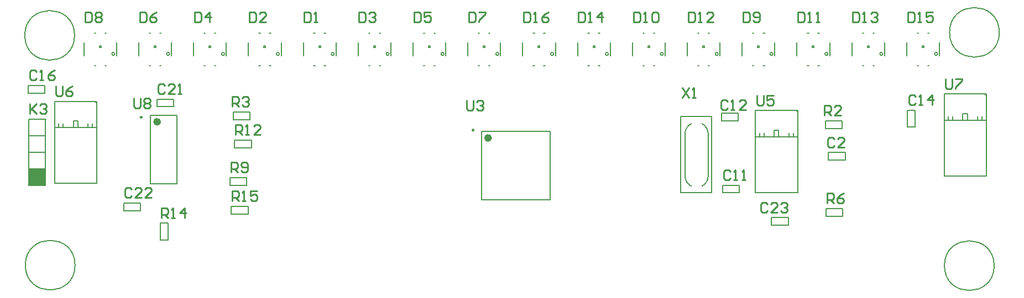
<source format=gto>
%FSAX24Y24*%
%MOIN*%
G70*
G01*
G75*
%ADD10R,0.0300X0.0300*%
%ADD11R,0.0300X0.0300*%
G04:AMPARAMS|DCode=12|XSize=79mil|YSize=44mil|CornerRadius=22mil|HoleSize=0mil|Usage=FLASHONLY|Rotation=90.000|XOffset=0mil|YOffset=0mil|HoleType=Round|Shape=RoundedRectangle|*
%AMROUNDEDRECTD12*
21,1,0.0790,0.0000,0,0,90.0*
21,1,0.0350,0.0440,0,0,90.0*
1,1,0.0440,0.0000,0.0175*
1,1,0.0440,0.0000,-0.0175*
1,1,0.0440,0.0000,-0.0175*
1,1,0.0440,0.0000,0.0175*
%
%ADD12ROUNDEDRECTD12*%
%ADD13R,0.0472X0.2400*%
%ADD14O,0.0709X0.0094*%
%ADD15O,0.0094X0.0709*%
%ADD16O,0.0472X0.1181*%
%ADD17R,0.2323X0.2559*%
%ADD18O,0.0827X0.0138*%
%ADD19C,0.0060*%
%ADD20C,0.0100*%
%ADD21C,0.0094*%
%ADD22C,0.0295*%
%ADD23C,0.0197*%
%ADD24C,0.0700*%
%ADD25R,0.0700X0.0700*%
%ADD26R,0.0700X0.0700*%
%ADD27C,0.0400*%
%ADD28O,0.0600X0.1000*%
%ADD29C,0.0600*%
%ADD30C,0.2500*%
%ADD31C,0.0276*%
%ADD32O,0.0866X0.0236*%
%ADD33R,0.0600X0.1000*%
%ADD34R,0.1618X0.1717*%
%ADD35R,0.0500X0.0120*%
%ADD36C,0.0080*%
%ADD37C,0.0050*%
%ADD38C,0.0098*%
%ADD39C,0.0236*%
%ADD40C,0.0079*%
%ADD41R,0.1000X0.0996*%
D20*
X008475Y058095D02*
X008475Y058695D01*
X008775Y058695D01*
X008875Y058595D01*
X008875Y058395D01*
X008775Y058295D01*
X008475Y058295D01*
X008675Y058295D02*
X008875Y058095D01*
X009075Y058095D02*
X009275Y058095D01*
X009175Y058095D01*
X009175Y058695D01*
X009075Y058595D01*
X009875Y058095D02*
X009875Y058695D01*
X009575Y058395D01*
X009975Y058395D01*
X012750Y059110D02*
X012750Y059710D01*
X013050Y059710D01*
X013150Y059610D01*
X013150Y059410D01*
X013050Y059310D01*
X012750Y059310D01*
X012950Y059310D02*
X013150Y059110D01*
X013350Y059110D02*
X013550Y059110D01*
X013450Y059110D01*
X013450Y059710D01*
X013350Y059610D01*
X014250Y059710D02*
X013850Y059710D01*
X013850Y059410D01*
X014050Y059510D01*
X014150Y059510D01*
X014250Y059410D01*
X014250Y059210D01*
X014150Y059110D01*
X013950Y059110D01*
X013850Y059210D01*
X012950Y063100D02*
X012950Y063700D01*
X013250Y063700D01*
X013350Y063600D01*
X013350Y063400D01*
X013250Y063300D01*
X012950Y063300D01*
X013150Y063300D02*
X013350Y063100D01*
X013550Y063100D02*
X013750Y063100D01*
X013650Y063100D01*
X013650Y063700D01*
X013550Y063600D01*
X014450Y063100D02*
X014050Y063100D01*
X014450Y063500D01*
X014450Y063600D01*
X014350Y063700D01*
X014150Y063700D01*
X014050Y063600D01*
X006660Y059800D02*
X006560Y059900D01*
X006360Y059900D01*
X006260Y059800D01*
X006260Y059400D01*
X006360Y059300D01*
X006560Y059300D01*
X006660Y059400D01*
X007260Y059300D02*
X006860Y059300D01*
X007260Y059700D01*
X007260Y059800D01*
X007160Y059900D01*
X006960Y059900D01*
X006860Y059800D01*
X007859Y059300D02*
X007460Y059300D01*
X007859Y059700D01*
X007859Y059800D01*
X007760Y059900D01*
X007560Y059900D01*
X007460Y059800D01*
X008680Y066080D02*
X008580Y066180D01*
X008380Y066180D01*
X008280Y066080D01*
X008280Y065680D01*
X008380Y065580D01*
X008580Y065580D01*
X008680Y065680D01*
X009280Y065580D02*
X008880Y065580D01*
X009280Y065980D01*
X009280Y066080D01*
X009180Y066180D01*
X008980Y066180D01*
X008880Y066080D01*
X009480Y065580D02*
X009680Y065580D01*
X009580Y065580D01*
X009580Y066180D01*
X009480Y066080D01*
X012740Y064810D02*
X012740Y065410D01*
X013040Y065410D01*
X013140Y065310D01*
X013140Y065110D01*
X013040Y065010D01*
X012740Y065010D01*
X012940Y065010D02*
X013140Y064810D01*
X013340Y065310D02*
X013440Y065410D01*
X013640Y065410D01*
X013740Y065310D01*
X013740Y065210D01*
X013640Y065110D01*
X013540Y065110D01*
X013640Y065110D01*
X013740Y065010D01*
X013740Y064910D01*
X013640Y064810D01*
X013440Y064810D01*
X013340Y064910D01*
X044990Y058920D02*
X044890Y059020D01*
X044690Y059020D01*
X044590Y058920D01*
X044590Y058520D01*
X044690Y058420D01*
X044890Y058420D01*
X044990Y058520D01*
X045590Y058420D02*
X045190Y058420D01*
X045590Y058820D01*
X045590Y058920D01*
X045490Y059020D01*
X045290Y059020D01*
X045190Y058920D01*
X045790Y058920D02*
X045890Y059020D01*
X046090Y059020D01*
X046189Y058920D01*
X046189Y058820D01*
X046090Y058720D01*
X045990Y058720D01*
X046090Y058720D01*
X046189Y058620D01*
X046189Y058520D01*
X046090Y058420D01*
X045890Y058420D01*
X045790Y058520D01*
X049020Y062850D02*
X048920Y062950D01*
X048720Y062950D01*
X048620Y062850D01*
X048620Y062450D01*
X048720Y062350D01*
X048920Y062350D01*
X049020Y062450D01*
X049620Y062350D02*
X049220Y062350D01*
X049620Y062750D01*
X049620Y062850D01*
X049520Y062950D01*
X049320Y062950D01*
X049220Y062850D01*
X000920Y066910D02*
X000820Y067010D01*
X000620Y067010D01*
X000520Y066910D01*
X000520Y066510D01*
X000620Y066410D01*
X000820Y066410D01*
X000920Y066510D01*
X001120Y066410D02*
X001320Y066410D01*
X001220Y066410D01*
X001220Y067010D01*
X001120Y066910D01*
X002020Y067010D02*
X001820Y066910D01*
X001620Y066710D01*
X001620Y066510D01*
X001720Y066410D01*
X001920Y066410D01*
X002020Y066510D01*
X002020Y066610D01*
X001920Y066710D01*
X001620Y066710D01*
X053930Y065410D02*
X053830Y065510D01*
X053630Y065510D01*
X053530Y065410D01*
X053530Y065010D01*
X053630Y064910D01*
X053830Y064910D01*
X053930Y065010D01*
X054130Y064910D02*
X054330Y064910D01*
X054230Y064910D01*
X054230Y065510D01*
X054130Y065410D01*
X054930Y064910D02*
X054930Y065510D01*
X054630Y065210D01*
X055030Y065210D01*
X017078Y070507D02*
X017078Y069907D01*
X017378Y069907D01*
X017478Y070007D01*
X017478Y070407D01*
X017378Y070507D01*
X017078Y070507D01*
X017678Y069907D02*
X017878Y069907D01*
X017778Y069907D01*
X017778Y070507D01*
X017678Y070407D01*
X013772Y070514D02*
X013772Y069914D01*
X014072Y069914D01*
X014172Y070014D01*
X014172Y070414D01*
X014072Y070514D01*
X013772Y070514D01*
X014772Y069914D02*
X014372Y069914D01*
X014772Y070314D01*
X014772Y070414D01*
X014672Y070514D01*
X014472Y070514D01*
X014372Y070414D01*
X020381Y070510D02*
X020381Y069910D01*
X020681Y069910D01*
X020781Y070010D01*
X020781Y070410D01*
X020681Y070510D01*
X020381Y070510D01*
X020981Y070410D02*
X021081Y070510D01*
X021281Y070510D01*
X021381Y070410D01*
X021381Y070310D01*
X021281Y070210D01*
X021181Y070210D01*
X021281Y070210D01*
X021381Y070110D01*
X021381Y070010D01*
X021281Y069910D01*
X021081Y069910D01*
X020981Y070010D01*
X010464Y070511D02*
X010464Y069911D01*
X010764Y069911D01*
X010864Y070011D01*
X010864Y070411D01*
X010764Y070511D01*
X010464Y070511D01*
X011364Y069911D02*
X011364Y070511D01*
X011064Y070211D01*
X011464Y070211D01*
X023696Y070507D02*
X023696Y069907D01*
X023996Y069907D01*
X024096Y070007D01*
X024096Y070407D01*
X023996Y070507D01*
X023696Y070507D01*
X024696Y070507D02*
X024296Y070507D01*
X024296Y070207D01*
X024496Y070307D01*
X024596Y070307D01*
X024696Y070207D01*
X024696Y070007D01*
X024596Y069907D01*
X024396Y069907D01*
X024296Y070007D01*
X007154Y070512D02*
X007154Y069912D01*
X007454Y069912D01*
X007554Y070012D01*
X007554Y070412D01*
X007454Y070512D01*
X007154Y070512D01*
X008154Y070512D02*
X007954Y070412D01*
X007754Y070212D01*
X007754Y070012D01*
X007854Y069912D01*
X008054Y069912D01*
X008154Y070012D01*
X008154Y070112D01*
X008054Y070212D01*
X007754Y070212D01*
X027004Y070514D02*
X027004Y069914D01*
X027304Y069914D01*
X027404Y070014D01*
X027404Y070414D01*
X027304Y070514D01*
X027004Y070514D01*
X027603Y070514D02*
X028003Y070514D01*
X028003Y070414D01*
X027603Y070014D01*
X027603Y069914D01*
X003852Y070511D02*
X003852Y069911D01*
X004152Y069911D01*
X004252Y070011D01*
X004252Y070411D01*
X004152Y070511D01*
X003852Y070511D01*
X004452Y070411D02*
X004552Y070511D01*
X004752Y070511D01*
X004852Y070411D01*
X004852Y070311D01*
X004752Y070211D01*
X004852Y070111D01*
X004852Y070011D01*
X004752Y069911D01*
X004552Y069911D01*
X004452Y070011D01*
X004452Y070111D01*
X004552Y070211D01*
X004452Y070311D01*
X004452Y070411D01*
X004552Y070211D02*
X004752Y070211D01*
X043536Y070516D02*
X043536Y069916D01*
X043836Y069916D01*
X043936Y070016D01*
X043936Y070416D01*
X043836Y070516D01*
X043536Y070516D01*
X044136Y070016D02*
X044236Y069916D01*
X044436Y069916D01*
X044536Y070016D01*
X044536Y070416D01*
X044436Y070516D01*
X044236Y070516D01*
X044136Y070416D01*
X044136Y070316D01*
X044236Y070216D01*
X044536Y070216D01*
X036924Y070516D02*
X036924Y069916D01*
X037224Y069916D01*
X037324Y070016D01*
X037324Y070416D01*
X037224Y070516D01*
X036924Y070516D01*
X037524Y069916D02*
X037724Y069916D01*
X037624Y069916D01*
X037624Y070516D01*
X037524Y070416D01*
X038024Y070416D02*
X038124Y070516D01*
X038324Y070516D01*
X038424Y070416D01*
X038424Y070016D01*
X038324Y069916D01*
X038124Y069916D01*
X038024Y070016D01*
X038024Y070416D01*
X046842Y070509D02*
X046842Y069909D01*
X047142Y069909D01*
X047242Y070009D01*
X047242Y070409D01*
X047142Y070509D01*
X046842Y070509D01*
X047442Y069909D02*
X047642Y069909D01*
X047542Y069909D01*
X047542Y070509D01*
X047442Y070409D01*
X047942Y069909D02*
X048142Y069909D01*
X048042Y069909D01*
X048042Y070509D01*
X047942Y070409D01*
X040230Y070514D02*
X040230Y069914D01*
X040530Y069914D01*
X040630Y070014D01*
X040630Y070414D01*
X040530Y070514D01*
X040230Y070514D01*
X040830Y069914D02*
X041030Y069914D01*
X040930Y069914D01*
X040930Y070514D01*
X040830Y070414D01*
X041730Y069914D02*
X041330Y069914D01*
X041730Y070314D01*
X041730Y070414D01*
X041630Y070514D01*
X041430Y070514D01*
X041330Y070414D01*
X050151Y070514D02*
X050151Y069914D01*
X050451Y069914D01*
X050551Y070014D01*
X050551Y070414D01*
X050451Y070514D01*
X050151Y070514D01*
X050751Y069914D02*
X050951Y069914D01*
X050851Y069914D01*
X050851Y070514D01*
X050751Y070414D01*
X051251Y070414D02*
X051351Y070514D01*
X051551Y070514D01*
X051651Y070414D01*
X051651Y070314D01*
X051551Y070214D01*
X051451Y070214D01*
X051551Y070214D01*
X051651Y070114D01*
X051651Y070014D01*
X051551Y069914D01*
X051351Y069914D01*
X051251Y070014D01*
X033613Y070516D02*
X033613Y069916D01*
X033913Y069916D01*
X034013Y070016D01*
X034013Y070416D01*
X033913Y070516D01*
X033613Y070516D01*
X034213Y069916D02*
X034413Y069916D01*
X034313Y069916D01*
X034313Y070516D01*
X034213Y070416D01*
X035012Y069916D02*
X035012Y070516D01*
X034713Y070216D01*
X035112Y070216D01*
X053454Y070514D02*
X053454Y069914D01*
X053754Y069914D01*
X053854Y070014D01*
X053854Y070414D01*
X053754Y070514D01*
X053454Y070514D01*
X054054Y069914D02*
X054254Y069914D01*
X054154Y069914D01*
X054154Y070514D01*
X054054Y070414D01*
X054953Y070514D02*
X054554Y070514D01*
X054554Y070214D01*
X054754Y070314D01*
X054853Y070314D01*
X054953Y070214D01*
X054953Y070014D01*
X054853Y069914D01*
X054654Y069914D01*
X054554Y070014D01*
X030305Y070516D02*
X030305Y069916D01*
X030605Y069916D01*
X030705Y070016D01*
X030705Y070416D01*
X030605Y070516D01*
X030305Y070516D01*
X030905Y069916D02*
X031105Y069916D01*
X031005Y069916D01*
X031005Y070516D01*
X030905Y070416D01*
X031805Y070516D02*
X031605Y070416D01*
X031405Y070216D01*
X031405Y070016D01*
X031505Y069916D01*
X031705Y069916D01*
X031805Y070016D01*
X031805Y070116D01*
X031705Y070216D01*
X031405Y070216D01*
X048430Y064270D02*
X048430Y064870D01*
X048730Y064870D01*
X048830Y064770D01*
X048830Y064570D01*
X048730Y064470D01*
X048430Y064470D01*
X048630Y064470D02*
X048830Y064270D01*
X049430Y064270D02*
X049030Y064270D01*
X049430Y064670D01*
X049430Y064770D01*
X049330Y064870D01*
X049130Y064870D01*
X049030Y064770D01*
X048590Y058970D02*
X048590Y059570D01*
X048890Y059570D01*
X048990Y059470D01*
X048990Y059270D01*
X048890Y059170D01*
X048590Y059170D01*
X048790Y059170D02*
X048990Y058970D01*
X049590Y059570D02*
X049390Y059470D01*
X049190Y059270D01*
X049190Y059070D01*
X049290Y058970D01*
X049490Y058970D01*
X049590Y059070D01*
X049590Y059170D01*
X049490Y059270D01*
X049190Y059270D01*
X012670Y060845D02*
X012670Y061445D01*
X012970Y061445D01*
X013070Y061345D01*
X013070Y061145D01*
X012970Y061045D01*
X012670Y061045D01*
X012870Y061045D02*
X013070Y060845D01*
X013270Y060945D02*
X013370Y060845D01*
X013570Y060845D01*
X013670Y060945D01*
X013670Y061345D01*
X013570Y061445D01*
X013370Y061445D01*
X013270Y061345D01*
X013270Y061245D01*
X013370Y061145D01*
X013670Y061145D01*
X026880Y065190D02*
X026880Y064690D01*
X026980Y064590D01*
X027180Y064590D01*
X027280Y064690D01*
X027280Y065190D01*
X027480Y065090D02*
X027580Y065190D01*
X027780Y065190D01*
X027880Y065090D01*
X027880Y064990D01*
X027780Y064890D01*
X027680Y064890D01*
X027780Y064890D01*
X027880Y064790D01*
X027880Y064690D01*
X027780Y064590D01*
X027580Y064590D01*
X027480Y064690D01*
X044358Y065494D02*
X044358Y064994D01*
X044458Y064894D01*
X044658Y064894D01*
X044758Y064994D01*
X044758Y065494D01*
X045358Y065494D02*
X044958Y065494D01*
X044958Y065194D01*
X045158Y065294D01*
X045258Y065294D01*
X045358Y065194D01*
X045358Y064994D01*
X045258Y064894D01*
X045058Y064894D01*
X044958Y064994D01*
X002101Y066049D02*
X002101Y065549D01*
X002201Y065449D01*
X002401Y065449D01*
X002501Y065549D01*
X002501Y066049D01*
X003101Y066049D02*
X002901Y065949D01*
X002701Y065749D01*
X002701Y065549D01*
X002801Y065449D01*
X003001Y065449D01*
X003101Y065549D01*
X003101Y065649D01*
X003001Y065749D01*
X002701Y065749D01*
X055726Y066487D02*
X055726Y065987D01*
X055826Y065887D01*
X056026Y065887D01*
X056126Y065987D01*
X056126Y066487D01*
X056326Y066487D02*
X056726Y066487D01*
X056726Y066387D01*
X056326Y065987D01*
X056326Y065887D01*
X006810Y065310D02*
X006810Y064810D01*
X006910Y064710D01*
X007110Y064710D01*
X007210Y064810D01*
X007210Y065310D01*
X007410Y065210D02*
X007510Y065310D01*
X007710Y065310D01*
X007810Y065210D01*
X007810Y065110D01*
X007710Y065010D01*
X007810Y064910D01*
X007810Y064810D01*
X007710Y064710D01*
X007510Y064710D01*
X007410Y064810D01*
X007410Y064910D01*
X007510Y065010D01*
X007410Y065110D01*
X007410Y065210D01*
X007510Y065010D02*
X007710Y065010D01*
X039855Y065960D02*
X040255Y065360D01*
X040255Y065960D02*
X039855Y065360D01*
X040455Y065360D02*
X040655Y065360D01*
X040555Y065360D01*
X040555Y065960D01*
X040455Y065860D01*
X042770Y060890D02*
X042670Y060990D01*
X042470Y060990D01*
X042370Y060890D01*
X042370Y060490D01*
X042470Y060390D01*
X042670Y060390D01*
X042770Y060490D01*
X042970Y060390D02*
X043170Y060390D01*
X043070Y060390D01*
X043070Y060990D01*
X042970Y060890D01*
X043470Y060390D02*
X043670Y060390D01*
X043570Y060390D01*
X043570Y060990D01*
X043470Y060890D01*
X042610Y065100D02*
X042510Y065200D01*
X042310Y065200D01*
X042210Y065100D01*
X042210Y064700D01*
X042310Y064600D01*
X042510Y064600D01*
X042610Y064700D01*
X042810Y064600D02*
X043010Y064600D01*
X042910Y064600D01*
X042910Y065200D01*
X042810Y065100D01*
X043710Y064600D02*
X043310Y064600D01*
X043710Y065000D01*
X043710Y065100D01*
X043610Y065200D01*
X043410Y065200D01*
X043310Y065100D01*
X000540Y064970D02*
X000540Y064370D01*
X000540Y064570D01*
X000940Y064970D01*
X000640Y064670D01*
X000940Y064370D01*
X001140Y064870D02*
X001240Y064970D01*
X001440Y064970D01*
X001540Y064870D01*
X001540Y064770D01*
X001440Y064670D01*
X001340Y064670D01*
X001440Y064670D01*
X001540Y064570D01*
X001540Y064470D01*
X001440Y064370D01*
X001240Y064370D01*
X001140Y064470D01*
D36*
X032111Y067991D02*
G03*
X032111Y067991I-000090J000000D01*
G01*
X055261Y067991D02*
G03*
X055261Y067991I-000090J000000D01*
G01*
X035418Y067991D02*
G03*
X035418Y067991I-000090J000000D01*
G01*
X051954Y067991D02*
G03*
X051954Y067991I-000090J000000D01*
G01*
X042032Y067991D02*
G03*
X042032Y067991I-000090J000000D01*
G01*
X048647Y067991D02*
G03*
X048647Y067991I-000090J000000D01*
G01*
X038725Y067991D02*
G03*
X038725Y067991I-000090J000000D01*
G01*
X045339Y067991D02*
G03*
X045339Y067991I-000090J000000D01*
G01*
X005654Y067991D02*
G03*
X005654Y067991I-000090J000000D01*
G01*
X028804Y067991D02*
G03*
X028804Y067991I-000090J000000D01*
G01*
X008961Y067991D02*
G03*
X008961Y067991I-000090J000000D01*
G01*
X025497Y067991D02*
G03*
X025497Y067991I-000090J000000D01*
G01*
X012269Y067991D02*
G03*
X012269Y067991I-000090J000000D01*
G01*
X022190Y067991D02*
G03*
X022190Y067991I-000090J000000D01*
G01*
X015576Y067991D02*
G03*
X015576Y067991I-000090J000000D01*
G01*
X018883Y067991D02*
G03*
X018883Y067991I-000090J000000D01*
G01*
X031181Y068367D02*
X031181Y068467D01*
X031281Y068467D01*
X031281Y068367D02*
X031281Y068467D01*
X031181Y068367D02*
X031281Y068367D01*
X031511Y069257D02*
X031591Y069257D01*
X030877Y069257D02*
X030956Y069257D01*
X030877Y067282D02*
X030956Y067282D01*
X031511Y067282D02*
X031591Y067282D01*
X030247Y067873D02*
X030247Y068667D01*
X032221Y067873D02*
X032221Y068667D01*
X054331Y068367D02*
X054331Y068467D01*
X054431Y068467D01*
X054431Y068367D02*
X054431Y068467D01*
X054331Y068367D02*
X054431Y068367D01*
X054661Y069257D02*
X054741Y069257D01*
X054026Y069257D02*
X054105Y069257D01*
X054026Y067282D02*
X054105Y067282D01*
X054661Y067282D02*
X054741Y067282D01*
X053396Y067873D02*
X053396Y068667D01*
X055371Y067873D02*
X055371Y068667D01*
X034488Y068367D02*
X034488Y068467D01*
X034588Y068467D01*
X034588Y068367D02*
X034588Y068467D01*
X034488Y068367D02*
X034588Y068367D01*
X034818Y069257D02*
X034898Y069257D01*
X034184Y069257D02*
X034263Y069257D01*
X034184Y067282D02*
X034263Y067282D01*
X034818Y067282D02*
X034898Y067282D01*
X033554Y067873D02*
X033554Y068667D01*
X035528Y067873D02*
X035528Y068667D01*
X051024Y068367D02*
X051024Y068467D01*
X051124Y068467D01*
X051124Y068367D02*
X051124Y068467D01*
X051024Y068367D02*
X051124Y068367D01*
X051354Y069257D02*
X051434Y069257D01*
X050719Y069257D02*
X050798Y069257D01*
X050719Y067282D02*
X050798Y067282D01*
X051354Y067282D02*
X051434Y067282D01*
X050089Y067873D02*
X050089Y068667D01*
X052064Y067873D02*
X052064Y068667D01*
X041102Y068367D02*
X041102Y068467D01*
X041202Y068467D01*
X041202Y068367D02*
X041202Y068467D01*
X041102Y068367D02*
X041202Y068367D01*
X041432Y069257D02*
X041512Y069257D01*
X040798Y069257D02*
X040877Y069257D01*
X040798Y067282D02*
X040877Y067282D01*
X041432Y067282D02*
X041512Y067282D01*
X040168Y067873D02*
X040168Y068667D01*
X042142Y067873D02*
X042142Y068667D01*
X047717Y068367D02*
X047717Y068467D01*
X047817Y068467D01*
X047817Y068367D02*
X047817Y068467D01*
X047717Y068367D02*
X047817Y068367D01*
X048047Y069257D02*
X048127Y069257D01*
X047412Y069257D02*
X047491Y069257D01*
X047412Y067282D02*
X047491Y067282D01*
X048047Y067282D02*
X048127Y067282D01*
X046782Y067873D02*
X046782Y068667D01*
X048757Y067873D02*
X048757Y068667D01*
X037795Y068367D02*
X037795Y068467D01*
X037895Y068467D01*
X037895Y068367D02*
X037895Y068467D01*
X037795Y068367D02*
X037895Y068367D01*
X038125Y069257D02*
X038205Y069257D01*
X037491Y069257D02*
X037570Y069257D01*
X037491Y067282D02*
X037570Y067282D01*
X038125Y067282D02*
X038205Y067282D01*
X036861Y067873D02*
X036861Y068667D01*
X038835Y067873D02*
X038835Y068667D01*
X044409Y068367D02*
X044409Y068467D01*
X044509Y068467D01*
X044509Y068367D02*
X044509Y068467D01*
X044409Y068367D02*
X044509Y068367D01*
X044739Y069257D02*
X044819Y069257D01*
X044105Y069257D02*
X044184Y069257D01*
X044105Y067282D02*
X044184Y067282D01*
X044739Y067282D02*
X044819Y067282D01*
X043475Y067873D02*
X043475Y068667D01*
X045449Y067873D02*
X045449Y068667D01*
X004724Y068367D02*
X004724Y068467D01*
X004824Y068467D01*
X004824Y068367D02*
X004824Y068467D01*
X004724Y068367D02*
X004824Y068367D01*
X005054Y069257D02*
X005134Y069257D01*
X004420Y069257D02*
X004499Y069257D01*
X004420Y067282D02*
X004499Y067282D01*
X005054Y067282D02*
X005134Y067282D01*
X003790Y067873D02*
X003790Y068667D01*
X005764Y067873D02*
X005764Y068667D01*
X027874Y068367D02*
X027874Y068467D01*
X027974Y068467D01*
X027974Y068367D02*
X027974Y068467D01*
X027874Y068367D02*
X027974Y068367D01*
X028204Y069257D02*
X028284Y069257D01*
X027570Y069257D02*
X027648Y069257D01*
X027570Y067282D02*
X027648Y067282D01*
X028204Y067282D02*
X028284Y067282D01*
X026940Y067873D02*
X026940Y068667D01*
X028914Y067873D02*
X028914Y068667D01*
X008031Y068367D02*
X008031Y068467D01*
X008131Y068467D01*
X008131Y068367D02*
X008131Y068467D01*
X008031Y068367D02*
X008131Y068367D01*
X008361Y069257D02*
X008442Y069257D01*
X007727Y069257D02*
X007806Y069257D01*
X007727Y067282D02*
X007806Y067282D01*
X008361Y067282D02*
X008442Y067282D01*
X007097Y067873D02*
X007097Y068667D01*
X009071Y067873D02*
X009071Y068667D01*
X024567Y068367D02*
X024567Y068467D01*
X024667Y068467D01*
X024667Y068367D02*
X024667Y068467D01*
X024567Y068367D02*
X024667Y068367D01*
X024897Y069257D02*
X024977Y069257D01*
X024263Y069257D02*
X024341Y069257D01*
X024263Y067282D02*
X024341Y067282D01*
X024897Y067282D02*
X024977Y067282D01*
X023633Y067873D02*
X023633Y068667D01*
X025607Y067873D02*
X025607Y068667D01*
X011339Y068367D02*
X011339Y068467D01*
X011439Y068467D01*
X011439Y068367D02*
X011439Y068467D01*
X011339Y068367D02*
X011439Y068367D01*
X011669Y069257D02*
X011749Y069257D01*
X011034Y069257D02*
X011113Y069257D01*
X011034Y067282D02*
X011113Y067282D01*
X011669Y067282D02*
X011749Y067282D01*
X010404Y067873D02*
X010404Y068667D01*
X012379Y067873D02*
X012379Y068667D01*
X021260Y068367D02*
X021260Y068467D01*
X021360Y068467D01*
X021360Y068367D02*
X021360Y068467D01*
X021260Y068367D02*
X021360Y068367D01*
X021590Y069257D02*
X021670Y069257D01*
X020956Y069257D02*
X021034Y069257D01*
X020956Y067282D02*
X021034Y067282D01*
X021590Y067282D02*
X021670Y067282D01*
X020326Y067873D02*
X020326Y068667D01*
X022300Y067873D02*
X022300Y068667D01*
X014646Y068367D02*
X014646Y068467D01*
X014746Y068467D01*
X014746Y068367D02*
X014746Y068467D01*
X014646Y068367D02*
X014746Y068367D01*
X014976Y069257D02*
X015056Y069257D01*
X014341Y069257D02*
X014420Y069257D01*
X014341Y067282D02*
X014420Y067282D01*
X014976Y067282D02*
X015056Y067282D01*
X013711Y067873D02*
X013711Y068667D01*
X015686Y067873D02*
X015686Y068667D01*
X017953Y068367D02*
X017953Y068467D01*
X018053Y068467D01*
X018053Y068367D02*
X018053Y068467D01*
X017953Y068367D02*
X018053Y068367D01*
X018283Y069257D02*
X018363Y069257D01*
X017648Y069257D02*
X017727Y069257D01*
X017648Y067282D02*
X017727Y067282D01*
X018283Y067282D02*
X018363Y067282D01*
X017019Y067873D02*
X017019Y068667D01*
X018993Y067873D02*
X018993Y068667D01*
X000480Y060030D02*
X001480Y060030D01*
X000480Y060030D02*
X000480Y064030D01*
X000480Y063030D02*
X001480Y063030D01*
X001480Y060030D02*
X001480Y064030D01*
X000480Y064030D02*
X001480Y064030D01*
X000480Y064030D02*
X001480Y064030D01*
X000490Y064030D02*
X001490Y064030D01*
X000480Y062030D02*
X001480Y062030D01*
X000480Y061030D02*
X001480Y061030D01*
D37*
X040405Y063775D02*
G03*
X040030Y063155I000325J-000620D01*
G01*
X041430Y063155D02*
G03*
X041055Y063775I-000700J000000D01*
G01*
X040030Y060625D02*
G03*
X040405Y060005I000700J000000D01*
G01*
X041055Y060005D02*
G03*
X041430Y060625I-000325J000620D01*
G01*
X003260Y055230D02*
G03*
X003260Y055230I-001500J000000D01*
G01*
X058670Y055200D02*
G03*
X058670Y055200I-001500J000000D01*
G01*
X058980Y069291D02*
G03*
X058980Y069291I-001500J000000D01*
G01*
X003230Y069110D02*
G03*
X003230Y069110I-001500J000000D01*
G01*
X049500Y063490D02*
X049500Y063950D01*
X048490Y063490D02*
X048490Y063950D01*
X049500Y063950D01*
X048490Y063490D02*
X049500Y063490D01*
X049690Y061570D02*
X049690Y062030D01*
X048680Y061570D02*
X048680Y062030D01*
X049690Y062030D01*
X048680Y061570D02*
X049690Y061570D01*
X008200Y065260D02*
X009210Y065260D01*
X008200Y064800D02*
X009210Y064800D01*
X009210Y065260D01*
X008200Y064800D02*
X008200Y065260D01*
X012880Y062320D02*
X013890Y062320D01*
X012880Y062780D02*
X013890Y062780D01*
X012880Y062320D02*
X012880Y062780D01*
X013890Y062320D02*
X013890Y062780D01*
X012680Y058780D02*
X013690Y058780D01*
X012680Y058320D02*
X013690Y058320D01*
X013690Y058780D01*
X012680Y058320D02*
X012680Y058780D01*
X008400Y056760D02*
X008400Y057770D01*
X008860Y056760D02*
X008860Y057770D01*
X008400Y057770D02*
X008860Y057770D01*
X008400Y056760D02*
X008860Y056760D01*
X006190Y058510D02*
X007200Y058510D01*
X006190Y058970D02*
X007200Y058970D01*
X006190Y058510D02*
X006190Y058970D01*
X007200Y058510D02*
X007200Y058970D01*
X041434Y060605D02*
X041434Y063159D01*
X040030Y060605D02*
X040030Y063155D01*
X039780Y059605D02*
X041630Y059605D01*
X041630Y064205D01*
X039780Y064205D02*
X041630Y064205D01*
X039780Y059605D02*
X039780Y064205D01*
X058104Y065563D02*
X058204Y065463D01*
X055654Y060613D02*
X058204Y060613D01*
X058204Y065563D01*
X055654Y065563D02*
X058204Y065563D01*
X055654Y060613D02*
X055654Y065563D01*
X057942Y063987D02*
X057942Y064214D01*
X057666Y063987D02*
X057666Y064214D01*
X055658Y063987D02*
X058178Y063987D01*
X055895Y063987D02*
X055895Y064214D01*
X056170Y063987D02*
X056170Y064214D01*
X056780Y063987D02*
X056780Y064381D01*
X057056Y063987D02*
X057056Y064381D01*
X056780Y064381D02*
X057056Y064381D01*
X057942Y063987D02*
X057942Y064214D01*
X057666Y063987D02*
X057666Y064214D01*
X001450Y065620D02*
X001450Y066080D01*
X000440Y065620D02*
X000440Y066080D01*
X001450Y066080D01*
X000440Y065620D02*
X001450Y065620D01*
X004480Y065120D02*
X004580Y065020D01*
X002030Y060170D02*
X004580Y060170D01*
X004580Y065120D01*
X002030Y065120D02*
X004580Y065120D01*
X002030Y060170D02*
X002030Y065120D01*
X004318Y063544D02*
X004318Y063770D01*
X004042Y063544D02*
X004042Y063770D01*
X002034Y063544D02*
X004554Y063544D01*
X002271Y063544D02*
X002271Y063770D01*
X002546Y063544D02*
X002546Y063770D01*
X003156Y063544D02*
X003156Y063938D01*
X003432Y063544D02*
X003432Y063938D01*
X003156Y063938D02*
X003432Y063938D01*
X004318Y063544D02*
X004318Y063770D01*
X004042Y063544D02*
X004042Y063770D01*
X046730Y064570D02*
X046830Y064470D01*
X044280Y059620D02*
X046830Y059620D01*
X046830Y064570D01*
X044280Y064570D02*
X046830Y064570D01*
X044280Y059620D02*
X044280Y064570D01*
X046568Y062994D02*
X046568Y063220D01*
X046292Y062994D02*
X046292Y063220D01*
X044284Y062994D02*
X046804Y062994D01*
X044521Y062994D02*
X044521Y063220D01*
X044796Y062994D02*
X044796Y063220D01*
X045406Y062994D02*
X045406Y063388D01*
X045682Y062994D02*
X045682Y063388D01*
X045406Y063388D02*
X045682Y063388D01*
X046568Y062994D02*
X046568Y063220D01*
X046292Y062994D02*
X046292Y063220D01*
X012595Y060060D02*
X012595Y060520D01*
X013605Y060060D02*
X013605Y060520D01*
X012595Y060060D02*
X013605Y060060D01*
X012595Y060520D02*
X013605Y060520D01*
X053450Y063570D02*
X053910Y063570D01*
X053450Y064580D02*
X053910Y064580D01*
X053910Y063570D02*
X053910Y064580D01*
X053450Y063570D02*
X053450Y064580D01*
X048520Y058180D02*
X048520Y058640D01*
X049530Y058180D02*
X049530Y058640D01*
X048520Y058180D02*
X049530Y058180D01*
X048520Y058640D02*
X049530Y058640D01*
X042300Y059600D02*
X042300Y060060D01*
X043310Y059600D02*
X043310Y060060D01*
X042300Y059600D02*
X043310Y059600D01*
X042300Y060060D02*
X043310Y060060D01*
X045250Y058100D02*
X046260Y058100D01*
X045250Y057640D02*
X046260Y057640D01*
X046260Y058100D01*
X045250Y057640D02*
X045250Y058100D01*
X012800Y064020D02*
X013810Y064020D01*
X012800Y064480D02*
X013810Y064480D01*
X012800Y064020D02*
X012800Y064480D01*
X013810Y064020D02*
X013810Y064480D01*
X042230Y063940D02*
X042230Y064400D01*
X043240Y063940D02*
X043240Y064400D01*
X042230Y063940D02*
X043240Y063940D01*
X042230Y064400D02*
X043240Y064400D01*
D38*
X027300Y063394D02*
G03*
X027300Y063394I-000049J000000D01*
G01*
X007291Y064169D02*
G03*
X007291Y064169I-000049J000000D01*
G01*
D39*
X028275Y062913D02*
G03*
X028275Y062913I-000118J000000D01*
G01*
X008324Y063893D02*
G03*
X008324Y063893I-000118J000000D01*
G01*
D40*
X027763Y059173D02*
X027763Y063307D01*
X031897Y059173D02*
X031897Y063307D01*
X027763Y063307D02*
X031897Y063307D01*
X027763Y059173D02*
X031897Y059173D01*
X007813Y060153D02*
X009387Y060153D01*
X007813Y064287D02*
X009387Y064287D01*
X009387Y060153D02*
X009387Y064287D01*
X007813Y060153D02*
X007813Y064287D01*
D41*
X000980Y060528D02*
D03*
M02*

</source>
